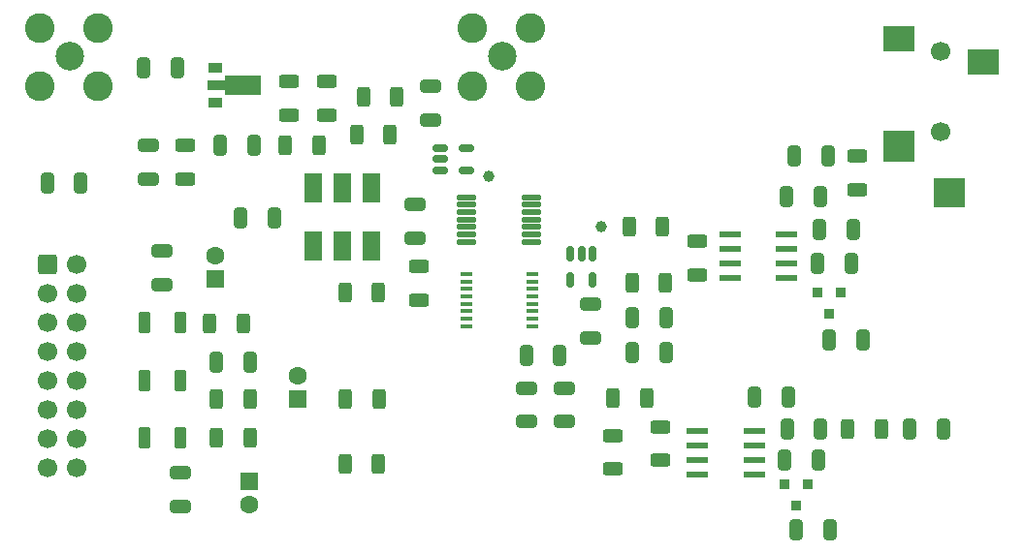
<source format=gts>
G04 #@! TF.GenerationSoftware,KiCad,Pcbnew,7.0.8*
G04 #@! TF.CreationDate,2023-11-05T16:25:33-05:00*
G04 #@! TF.ProjectId,qsd2,71736432-2e6b-4696-9361-645f70636258,rev?*
G04 #@! TF.SameCoordinates,Original*
G04 #@! TF.FileFunction,Soldermask,Top*
G04 #@! TF.FilePolarity,Negative*
%FSLAX46Y46*%
G04 Gerber Fmt 4.6, Leading zero omitted, Abs format (unit mm)*
G04 Created by KiCad (PCBNEW 7.0.8) date 2023-11-05 16:25:33*
%MOMM*%
%LPD*%
G01*
G04 APERTURE LIST*
G04 Aperture macros list*
%AMRoundRect*
0 Rectangle with rounded corners*
0 $1 Rounding radius*
0 $2 $3 $4 $5 $6 $7 $8 $9 X,Y pos of 4 corners*
0 Add a 4 corners polygon primitive as box body*
4,1,4,$2,$3,$4,$5,$6,$7,$8,$9,$2,$3,0*
0 Add four circle primitives for the rounded corners*
1,1,$1+$1,$2,$3*
1,1,$1+$1,$4,$5*
1,1,$1+$1,$6,$7*
1,1,$1+$1,$8,$9*
0 Add four rect primitives between the rounded corners*
20,1,$1+$1,$2,$3,$4,$5,0*
20,1,$1+$1,$4,$5,$6,$7,0*
20,1,$1+$1,$6,$7,$8,$9,0*
20,1,$1+$1,$8,$9,$2,$3,0*%
%AMFreePoly0*
4,1,9,3.862500,-0.866500,0.737500,-0.866500,0.737500,-0.450000,-0.737500,-0.450000,-0.737500,0.450000,0.737500,0.450000,0.737500,0.866500,3.862500,0.866500,3.862500,-0.866500,3.862500,-0.866500,$1*%
G04 Aperture macros list end*
%ADD10RoundRect,0.250000X-0.275000X-0.700000X0.275000X-0.700000X0.275000X0.700000X-0.275000X0.700000X0*%
%ADD11RoundRect,0.250000X0.625000X-0.312500X0.625000X0.312500X-0.625000X0.312500X-0.625000X-0.312500X0*%
%ADD12RoundRect,0.250000X-0.312500X-0.625000X0.312500X-0.625000X0.312500X0.625000X-0.312500X0.625000X0*%
%ADD13RoundRect,0.150000X-0.150000X0.512500X-0.150000X-0.512500X0.150000X-0.512500X0.150000X0.512500X0*%
%ADD14RoundRect,0.250000X0.325000X0.650000X-0.325000X0.650000X-0.325000X-0.650000X0.325000X-0.650000X0*%
%ADD15RoundRect,0.250000X-0.325000X-0.650000X0.325000X-0.650000X0.325000X0.650000X-0.325000X0.650000X0*%
%ADD16R,1.600000X1.600000*%
%ADD17C,1.600000*%
%ADD18R,1.300000X0.900000*%
%ADD19FreePoly0,0.000000*%
%ADD20R,1.000000X0.400000*%
%ADD21R,1.969999X0.558000*%
%ADD22C,2.600000*%
%ADD23C,2.500000*%
%ADD24RoundRect,0.250000X-0.625000X0.312500X-0.625000X-0.312500X0.625000X-0.312500X0.625000X0.312500X0*%
%ADD25R,0.812800X0.889000*%
%ADD26RoundRect,0.020500X0.764500X0.184500X-0.764500X0.184500X-0.764500X-0.184500X0.764500X-0.184500X0*%
%ADD27RoundRect,0.250000X-0.650000X0.325000X-0.650000X-0.325000X0.650000X-0.325000X0.650000X0.325000X0*%
%ADD28C,1.700000*%
%ADD29R,2.800000X2.200000*%
%ADD30R,2.800000X2.800000*%
%ADD31R,2.800000X2.600000*%
%ADD32C,1.000000*%
%ADD33RoundRect,0.250000X0.312500X0.625000X-0.312500X0.625000X-0.312500X-0.625000X0.312500X-0.625000X0*%
%ADD34RoundRect,0.150000X-0.512500X-0.150000X0.512500X-0.150000X0.512500X0.150000X-0.512500X0.150000X0*%
%ADD35R,1.650000X2.540000*%
%ADD36RoundRect,0.250000X-0.600000X-0.600000X0.600000X-0.600000X0.600000X0.600000X-0.600000X0.600000X0*%
G04 APERTURE END LIST*
D10*
X111650000Y-77700000D03*
X114800000Y-77700000D03*
D11*
X173925000Y-56000000D03*
X173925000Y-53075000D03*
D12*
X117362500Y-67700000D03*
X120287500Y-67700000D03*
D13*
X150775000Y-61600000D03*
X149825000Y-61600000D03*
X148875000Y-61600000D03*
X148875000Y-63875000D03*
X150775000Y-63875000D03*
D14*
X147950000Y-70450000D03*
X145000000Y-70450000D03*
D12*
X152587500Y-74200000D03*
X155512500Y-74200000D03*
D15*
X170425000Y-62425000D03*
X173375000Y-62425000D03*
X167775000Y-76900000D03*
X170725000Y-76900000D03*
D16*
X125050000Y-74300000D03*
D17*
X125050000Y-72300000D03*
D15*
X120050000Y-58425000D03*
X123000000Y-58425000D03*
D10*
X111675000Y-67600000D03*
X114825000Y-67600000D03*
D15*
X111600000Y-45362500D03*
X114550000Y-45362500D03*
D12*
X153991900Y-59186200D03*
X156916900Y-59186200D03*
D11*
X127600000Y-49475000D03*
X127600000Y-46550000D03*
D16*
X120850000Y-81500000D03*
D17*
X120850000Y-83500000D03*
D15*
X170600000Y-59475000D03*
X173550000Y-59475000D03*
D18*
X117825000Y-45375000D03*
D19*
X117912500Y-46875000D03*
D18*
X117825000Y-48375000D03*
D12*
X129197500Y-80000000D03*
X132122500Y-80000000D03*
X130800000Y-47910000D03*
X133725000Y-47910000D03*
D15*
X167725000Y-56600000D03*
X170675000Y-56600000D03*
D20*
X139750000Y-63375000D03*
X139750000Y-64025000D03*
X139750000Y-64675000D03*
X139750000Y-65325000D03*
X139750000Y-65975000D03*
X139750000Y-66625000D03*
X139750000Y-67275000D03*
X139750000Y-67925000D03*
X145550000Y-67925000D03*
X145550000Y-67275000D03*
X145550000Y-66625000D03*
X145550000Y-65975000D03*
X145550000Y-65325000D03*
X145550000Y-64675000D03*
X145550000Y-64025000D03*
X145550000Y-63375000D03*
D10*
X111650000Y-72700000D03*
X114800000Y-72700000D03*
D11*
X159925000Y-63437500D03*
X159925000Y-60512500D03*
D21*
X162822400Y-59875000D03*
X162822400Y-61145000D03*
X162822400Y-62415000D03*
X162822400Y-63685000D03*
X167750000Y-63685000D03*
X167750000Y-62415000D03*
X167750000Y-61145000D03*
X167750000Y-59875000D03*
D22*
X102495000Y-41825000D03*
X102495000Y-46905000D03*
X107575000Y-41825000D03*
X107575000Y-46905000D03*
D23*
X105135000Y-44290000D03*
D21*
X159975000Y-77050000D03*
X159975000Y-78320000D03*
X159975000Y-79590000D03*
X159975000Y-80860000D03*
X164902600Y-80860000D03*
X164902600Y-79590000D03*
X164902600Y-78320000D03*
X164902600Y-77050000D03*
D12*
X117950000Y-77700000D03*
X120875000Y-77700000D03*
D24*
X156700000Y-76737500D03*
X156700000Y-79662500D03*
D15*
X117975000Y-71100000D03*
X120925000Y-71100000D03*
D25*
X169624998Y-81750000D03*
X167575000Y-81750000D03*
X168599999Y-83639999D03*
D26*
X145490000Y-60550000D03*
X145490000Y-59900000D03*
X145490000Y-59250000D03*
X145490000Y-58600000D03*
X145490000Y-57950000D03*
X145490000Y-57300000D03*
X145490000Y-56650000D03*
X139750000Y-56650000D03*
X139750000Y-57300000D03*
X139750000Y-57950000D03*
X139750000Y-58600000D03*
X139750000Y-59250000D03*
X139750000Y-59900000D03*
X139750000Y-60550000D03*
D11*
X115275000Y-55050000D03*
X115275000Y-52125000D03*
D27*
X150620000Y-65980000D03*
X150620000Y-68930000D03*
D12*
X129220000Y-74290000D03*
X132145000Y-74290000D03*
D15*
X103175000Y-55400000D03*
X106125000Y-55400000D03*
D22*
X140310000Y-41890000D03*
X140310000Y-46970000D03*
X145390000Y-41890000D03*
X145390000Y-46970000D03*
D23*
X142950000Y-44355000D03*
D15*
X154250000Y-70225000D03*
X157200000Y-70225000D03*
D28*
X181230000Y-43930000D03*
X181230000Y-50930000D03*
D29*
X177530000Y-42830000D03*
D30*
X177530000Y-52230000D03*
D29*
X184930000Y-44830000D03*
D31*
X181980000Y-56230000D03*
D27*
X136650000Y-46975000D03*
X136650000Y-49925000D03*
D11*
X124325000Y-49475000D03*
X124325000Y-46550000D03*
D15*
X167575000Y-79600000D03*
X170525000Y-79600000D03*
D12*
X129187500Y-65000000D03*
X132112500Y-65000000D03*
D32*
X141700000Y-54850000D03*
D25*
X172474998Y-64975000D03*
X170425000Y-64975000D03*
X171449999Y-66864999D03*
D33*
X133112500Y-51150000D03*
X130187500Y-51150000D03*
D15*
X171450000Y-69125000D03*
X174400000Y-69125000D03*
X118325000Y-52150000D03*
X121275000Y-52150000D03*
D33*
X176025000Y-76900000D03*
X173100000Y-76900000D03*
D15*
X164950000Y-74100000D03*
X167900000Y-74100000D03*
D27*
X135325000Y-57250000D03*
X135325000Y-60200000D03*
D15*
X154250000Y-67175000D03*
X157200000Y-67175000D03*
D14*
X181475000Y-76875000D03*
X178525000Y-76875000D03*
D12*
X154262500Y-64125000D03*
X157187500Y-64125000D03*
D27*
X112050000Y-52100000D03*
X112050000Y-55050000D03*
D34*
X137500000Y-52375000D03*
X137500000Y-53325000D03*
X137500000Y-54275000D03*
X139775000Y-54275000D03*
X139775000Y-52375000D03*
D32*
X151560000Y-59180000D03*
D15*
X168400000Y-53075000D03*
X171350000Y-53075000D03*
D35*
X131530000Y-55800000D03*
X128990000Y-55800000D03*
X126450000Y-55800000D03*
X126450000Y-60880000D03*
X128990000Y-60880000D03*
X131530000Y-60880000D03*
D27*
X114850000Y-80700000D03*
X114850000Y-83650000D03*
D24*
X135650000Y-62687500D03*
X135650000Y-65612500D03*
D27*
X145025000Y-73325000D03*
X145025000Y-76275000D03*
X148300000Y-73325000D03*
X148300000Y-76275000D03*
D12*
X123987500Y-52150000D03*
X126912500Y-52150000D03*
D24*
X152550000Y-77500000D03*
X152550000Y-80425000D03*
D16*
X117900000Y-63775000D03*
D17*
X117900000Y-61775000D03*
D27*
X113175000Y-61375000D03*
X113175000Y-64325000D03*
D36*
X103210000Y-62500000D03*
D28*
X105750000Y-62500000D03*
X103210000Y-65040000D03*
X105750000Y-65040000D03*
X103210000Y-67580000D03*
X105750000Y-67580000D03*
X103210000Y-70120000D03*
X105750000Y-70120000D03*
X103210000Y-72660000D03*
X105750000Y-72660000D03*
X103210000Y-75200000D03*
X105750000Y-75200000D03*
X103210000Y-77740000D03*
X105750000Y-77740000D03*
X103210000Y-80280000D03*
X105750000Y-80280000D03*
D12*
X117987500Y-74300000D03*
X120912500Y-74300000D03*
D15*
X168600000Y-85700000D03*
X171550000Y-85700000D03*
M02*

</source>
